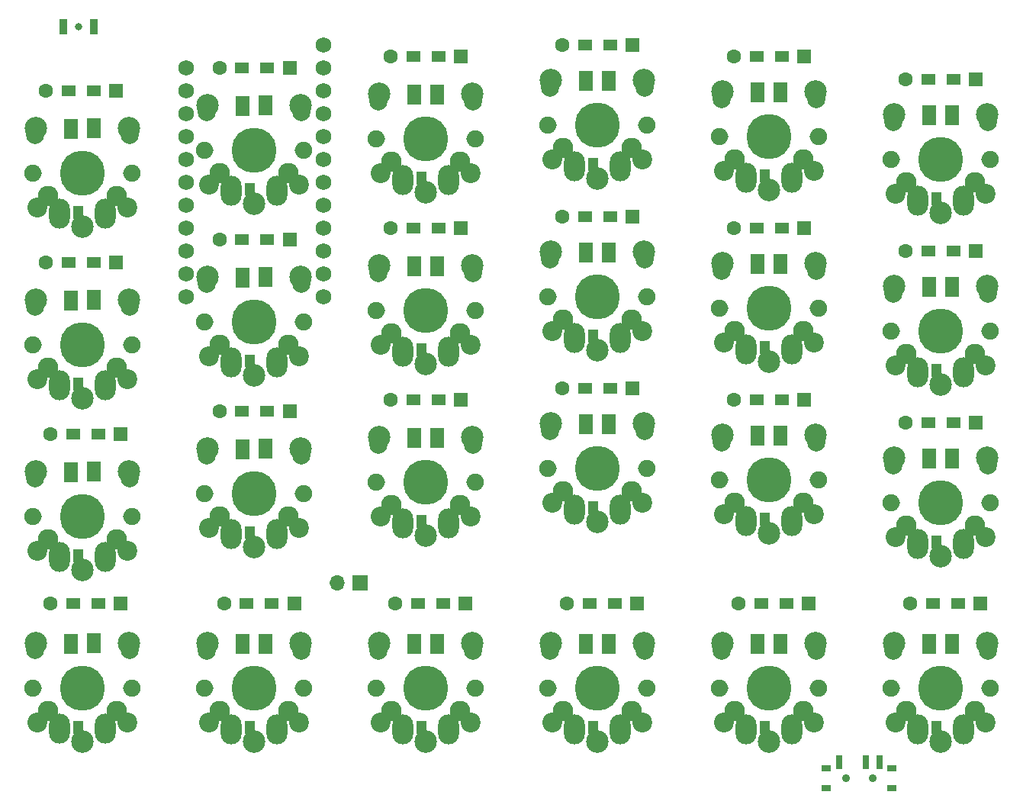
<source format=gbr>
G04 #@! TF.GenerationSoftware,KiCad,Pcbnew,5.1.9*
G04 #@! TF.CreationDate,2021-01-18T19:30:39-06:00*
G04 #@! TF.ProjectId,halfboard,68616c66-626f-4617-9264-2e6b69636164,rev?*
G04 #@! TF.SameCoordinates,Original*
G04 #@! TF.FileFunction,Soldermask,Top*
G04 #@! TF.FilePolarity,Negative*
%FSLAX46Y46*%
G04 Gerber Fmt 4.6, Leading zero omitted, Abs format (unit mm)*
G04 Created by KiCad (PCBNEW 5.1.9) date 2021-01-18 19:30:39*
%MOMM*%
%LPD*%
G01*
G04 APERTURE LIST*
%ADD10C,0.100000*%
%ADD11R,1.600000X1.200000*%
%ADD12C,1.600000*%
%ADD13R,1.600000X1.600000*%
%ADD14C,2.000000*%
%ADD15R,1.500000X2.300000*%
%ADD16C,1.193800*%
%ADD17O,2.300000X3.337000*%
%ADD18C,2.286000*%
%ADD19C,2.500000*%
%ADD20C,2.200000*%
%ADD21C,1.900000*%
%ADD22C,5.000000*%
%ADD23C,1.752600*%
%ADD24O,1.700000X1.700000*%
%ADD25R,1.700000X1.700000*%
%ADD26R,0.900000X1.700000*%
%ADD27C,0.800000*%
%ADD28C,0.900000*%
%ADD29R,0.700000X1.500000*%
%ADD30R,1.000000X0.800000*%
G04 APERTURE END LIST*
D10*
G04 #@! TO.C, *
G36*
X49182000Y-67386200D02*
G01*
X48166000Y-67386200D01*
X48166000Y-68707000D01*
X49182000Y-68707000D01*
X49182000Y-67386200D01*
G37*
X49182000Y-67386200D02*
X48166000Y-67386200D01*
X48166000Y-68707000D01*
X49182000Y-68707000D01*
X49182000Y-67386200D01*
G36*
X144430303Y-65891930D02*
G01*
X143414303Y-65891930D01*
X143414303Y-67212730D01*
X144430303Y-67212730D01*
X144430303Y-65891930D01*
G37*
X144430303Y-65891930D02*
X143414303Y-65891930D01*
X143414303Y-67212730D01*
X144430303Y-67212730D01*
X144430303Y-65891930D01*
G36*
X144430303Y-84941930D02*
G01*
X143414303Y-84941930D01*
X143414303Y-86262730D01*
X144430303Y-86262730D01*
X144430303Y-84941930D01*
G37*
X144430303Y-84941930D02*
X143414303Y-84941930D01*
X143414303Y-86262730D01*
X144430303Y-86262730D01*
X144430303Y-84941930D01*
G36*
X144430303Y-103991930D02*
G01*
X143414303Y-103991930D01*
X143414303Y-105312730D01*
X144430303Y-105312730D01*
X144430303Y-103991930D01*
G37*
X144430303Y-103991930D02*
X143414303Y-103991930D01*
X143414303Y-105312730D01*
X144430303Y-105312730D01*
X144430303Y-103991930D01*
G36*
X144430303Y-124565930D02*
G01*
X143414303Y-124565930D01*
X143414303Y-125886730D01*
X144430303Y-125886730D01*
X144430303Y-124565930D01*
G37*
X144430303Y-124565930D02*
X143414303Y-124565930D01*
X143414303Y-125886730D01*
X144430303Y-125886730D01*
X144430303Y-124565930D01*
G36*
X125380303Y-124565930D02*
G01*
X124364303Y-124565930D01*
X124364303Y-125886730D01*
X125380303Y-125886730D01*
X125380303Y-124565930D01*
G37*
X125380303Y-124565930D02*
X124364303Y-124565930D01*
X124364303Y-125886730D01*
X125380303Y-125886730D01*
X125380303Y-124565930D01*
G36*
X106330303Y-124565930D02*
G01*
X105314303Y-124565930D01*
X105314303Y-125886730D01*
X106330303Y-125886730D01*
X106330303Y-124565930D01*
G37*
X106330303Y-124565930D02*
X105314303Y-124565930D01*
X105314303Y-125886730D01*
X106330303Y-125886730D01*
X106330303Y-124565930D01*
G36*
X87280303Y-124565930D02*
G01*
X86264303Y-124565930D01*
X86264303Y-125886730D01*
X87280303Y-125886730D01*
X87280303Y-124565930D01*
G37*
X87280303Y-124565930D02*
X86264303Y-124565930D01*
X86264303Y-125886730D01*
X87280303Y-125886730D01*
X87280303Y-124565930D01*
G36*
X125380303Y-101451930D02*
G01*
X124364303Y-101451930D01*
X124364303Y-102772730D01*
X125380303Y-102772730D01*
X125380303Y-101451930D01*
G37*
X125380303Y-101451930D02*
X124364303Y-101451930D01*
X124364303Y-102772730D01*
X125380303Y-102772730D01*
X125380303Y-101451930D01*
G36*
X125380303Y-82401930D02*
G01*
X124364303Y-82401930D01*
X124364303Y-83722730D01*
X125380303Y-83722730D01*
X125380303Y-82401930D01*
G37*
X125380303Y-82401930D02*
X124364303Y-82401930D01*
X124364303Y-83722730D01*
X125380303Y-83722730D01*
X125380303Y-82401930D01*
G36*
X125380303Y-63351930D02*
G01*
X124364303Y-63351930D01*
X124364303Y-64672730D01*
X125380303Y-64672730D01*
X125380303Y-63351930D01*
G37*
X125380303Y-63351930D02*
X124364303Y-63351930D01*
X124364303Y-64672730D01*
X125380303Y-64672730D01*
X125380303Y-63351930D01*
G36*
X106330303Y-62081930D02*
G01*
X105314303Y-62081930D01*
X105314303Y-63402730D01*
X106330303Y-63402730D01*
X106330303Y-62081930D01*
G37*
X106330303Y-62081930D02*
X105314303Y-62081930D01*
X105314303Y-63402730D01*
X106330303Y-63402730D01*
X106330303Y-62081930D01*
G36*
X106330303Y-81131930D02*
G01*
X105314303Y-81131930D01*
X105314303Y-82452730D01*
X106330303Y-82452730D01*
X106330303Y-81131930D01*
G37*
X106330303Y-81131930D02*
X105314303Y-81131930D01*
X105314303Y-82452730D01*
X106330303Y-82452730D01*
X106330303Y-81131930D01*
G36*
X106330303Y-100181930D02*
G01*
X105314303Y-100181930D01*
X105314303Y-101502730D01*
X106330303Y-101502730D01*
X106330303Y-100181930D01*
G37*
X106330303Y-100181930D02*
X105314303Y-100181930D01*
X105314303Y-101502730D01*
X106330303Y-101502730D01*
X106330303Y-100181930D01*
G36*
X87280303Y-101705930D02*
G01*
X86264303Y-101705930D01*
X86264303Y-103026730D01*
X87280303Y-103026730D01*
X87280303Y-101705930D01*
G37*
X87280303Y-101705930D02*
X86264303Y-101705930D01*
X86264303Y-103026730D01*
X87280303Y-103026730D01*
X87280303Y-101705930D01*
G36*
X87280303Y-82655930D02*
G01*
X86264303Y-82655930D01*
X86264303Y-83976730D01*
X87280303Y-83976730D01*
X87280303Y-82655930D01*
G37*
X87280303Y-82655930D02*
X86264303Y-82655930D01*
X86264303Y-83976730D01*
X87280303Y-83976730D01*
X87280303Y-82655930D01*
G36*
X87280303Y-63601930D02*
G01*
X86264303Y-63601930D01*
X86264303Y-64922730D01*
X87280303Y-64922730D01*
X87280303Y-63601930D01*
G37*
X87280303Y-63601930D02*
X86264303Y-63601930D01*
X86264303Y-64922730D01*
X87280303Y-64922730D01*
X87280303Y-63601930D01*
G36*
X68227231Y-64835930D02*
G01*
X67211231Y-64835930D01*
X67211231Y-66156730D01*
X68227231Y-66156730D01*
X68227231Y-64835930D01*
G37*
X68227231Y-64835930D02*
X67211231Y-64835930D01*
X67211231Y-66156730D01*
X68227231Y-66156730D01*
X68227231Y-64835930D01*
G36*
X68227231Y-83884029D02*
G01*
X67211231Y-83884029D01*
X67211231Y-85204829D01*
X68227231Y-85204829D01*
X68227231Y-83884029D01*
G37*
X68227231Y-83884029D02*
X67211231Y-83884029D01*
X67211231Y-85204829D01*
X68227231Y-85204829D01*
X68227231Y-83884029D01*
G36*
X68227231Y-102932430D02*
G01*
X67211231Y-102932430D01*
X67211231Y-104253230D01*
X68227231Y-104253230D01*
X68227231Y-102932430D01*
G37*
X68227231Y-102932430D02*
X67211231Y-102932430D01*
X67211231Y-104253230D01*
X68227231Y-104253230D01*
X68227231Y-102932430D01*
G36*
X68227231Y-124565930D02*
G01*
X67211231Y-124565930D01*
X67211231Y-125886730D01*
X68227231Y-125886730D01*
X68227231Y-124565930D01*
G37*
X68227231Y-124565930D02*
X67211231Y-124565930D01*
X67211231Y-125886730D01*
X68227231Y-125886730D01*
X68227231Y-124565930D01*
G36*
X49182000Y-124536200D02*
G01*
X48166000Y-124536200D01*
X48166000Y-125857000D01*
X49182000Y-125857000D01*
X49182000Y-124536200D01*
G37*
X49182000Y-124536200D02*
X48166000Y-124536200D01*
X48166000Y-125857000D01*
X49182000Y-125857000D01*
X49182000Y-124536200D01*
G36*
X49182000Y-105486200D02*
G01*
X48166000Y-105486200D01*
X48166000Y-106807000D01*
X49182000Y-106807000D01*
X49182000Y-105486200D01*
G37*
X49182000Y-105486200D02*
X48166000Y-105486200D01*
X48166000Y-106807000D01*
X49182000Y-106807000D01*
X49182000Y-105486200D01*
G36*
X49182000Y-86436200D02*
G01*
X48166000Y-86436200D01*
X48166000Y-87757000D01*
X49182000Y-87757000D01*
X49182000Y-86436200D01*
G37*
X49182000Y-86436200D02*
X48166000Y-86436200D01*
X48166000Y-87757000D01*
X49182000Y-87757000D01*
X49182000Y-86436200D01*
G04 #@! TD*
D11*
G04 #@! TO.C, *
X145830303Y-53340000D03*
X143030303Y-53340000D03*
D12*
X140530303Y-53340000D03*
D13*
X148330303Y-53340000D03*
G04 #@! TD*
D11*
G04 #@! TO.C, *
X145830303Y-72390000D03*
X143030303Y-72390000D03*
D12*
X140530303Y-72390000D03*
D13*
X148330303Y-72390000D03*
G04 #@! TD*
D11*
G04 #@! TO.C, *
X145830303Y-91440000D03*
X143030303Y-91440000D03*
D12*
X140530303Y-91440000D03*
D13*
X148330303Y-91440000D03*
G04 #@! TD*
D11*
G04 #@! TO.C, *
X146338303Y-111490000D03*
X143538303Y-111490000D03*
D12*
X141038303Y-111490000D03*
D13*
X148838303Y-111490000D03*
G04 #@! TD*
D11*
G04 #@! TO.C, *
X127288303Y-111490000D03*
X124488303Y-111490000D03*
D12*
X121988303Y-111490000D03*
D13*
X129788303Y-111490000D03*
G04 #@! TD*
D11*
G04 #@! TO.C, *
X108238303Y-111490000D03*
X105438303Y-111490000D03*
D12*
X102938303Y-111490000D03*
D13*
X110738303Y-111490000D03*
G04 #@! TD*
D11*
G04 #@! TO.C, *
X89188303Y-111490000D03*
X86388303Y-111490000D03*
D12*
X83888303Y-111490000D03*
D13*
X91688303Y-111490000D03*
G04 #@! TD*
D11*
G04 #@! TO.C, *
X126780303Y-88900000D03*
X123980303Y-88900000D03*
D12*
X121480303Y-88900000D03*
D13*
X129280303Y-88900000D03*
G04 #@! TD*
D11*
G04 #@! TO.C, *
X126780303Y-69850000D03*
X123980303Y-69850000D03*
D12*
X121480303Y-69850000D03*
D13*
X129280303Y-69850000D03*
G04 #@! TD*
D11*
G04 #@! TO.C, *
X126780303Y-50800000D03*
X123980303Y-50800000D03*
D12*
X121480303Y-50800000D03*
D13*
X129280303Y-50800000D03*
G04 #@! TD*
D11*
G04 #@! TO.C, *
X107730303Y-49530000D03*
X104930303Y-49530000D03*
D12*
X102430303Y-49530000D03*
D13*
X110230303Y-49530000D03*
G04 #@! TD*
D11*
G04 #@! TO.C, *
X107730303Y-68580000D03*
X104930303Y-68580000D03*
D12*
X102430303Y-68580000D03*
D13*
X110230303Y-68580000D03*
G04 #@! TD*
D11*
G04 #@! TO.C, *
X107730303Y-87630000D03*
X104930303Y-87630000D03*
D12*
X102430303Y-87630000D03*
D13*
X110230303Y-87630000D03*
G04 #@! TD*
D11*
G04 #@! TO.C, *
X88680303Y-88900000D03*
X85880303Y-88900000D03*
D12*
X83380303Y-88900000D03*
D13*
X91180303Y-88900000D03*
G04 #@! TD*
D11*
G04 #@! TO.C, *
X88680303Y-69850000D03*
X85880303Y-69850000D03*
D12*
X83380303Y-69850000D03*
D13*
X91180303Y-69850000D03*
G04 #@! TD*
D11*
G04 #@! TO.C, *
X69687231Y-90170000D03*
X66887231Y-90170000D03*
D12*
X64387231Y-90170000D03*
D13*
X72187231Y-90170000D03*
G04 #@! TD*
D11*
G04 #@! TO.C, *
X70195231Y-111490000D03*
X67395231Y-111490000D03*
D12*
X64895231Y-111490000D03*
D13*
X72695231Y-111490000D03*
G04 #@! TD*
D11*
G04 #@! TO.C, *
X50930000Y-111490000D03*
X48130000Y-111490000D03*
D12*
X45630000Y-111490000D03*
D13*
X53430000Y-111490000D03*
G04 #@! TD*
D11*
G04 #@! TO.C, *
X50930000Y-92710000D03*
X48130000Y-92710000D03*
D12*
X45630000Y-92710000D03*
D13*
X53430000Y-92710000D03*
G04 #@! TD*
D11*
G04 #@! TO.C, *
X88680303Y-50800000D03*
X85880303Y-50800000D03*
D12*
X83380303Y-50800000D03*
D13*
X91180303Y-50800000D03*
G04 #@! TD*
D11*
G04 #@! TO.C, *
X69687231Y-52070000D03*
X66887231Y-52070000D03*
D12*
X64387231Y-52070000D03*
D13*
X72187231Y-52070000D03*
G04 #@! TD*
D11*
G04 #@! TO.C, *
X69687231Y-71120000D03*
X66887231Y-71120000D03*
D12*
X64387231Y-71120000D03*
D13*
X72187231Y-71120000D03*
G04 #@! TD*
D11*
G04 #@! TO.C, *
X50422000Y-73660000D03*
X47622000Y-73660000D03*
D12*
X45122000Y-73660000D03*
D13*
X52922000Y-73660000D03*
G04 #@! TD*
D11*
G04 #@! TO.C, *
X50422000Y-54610000D03*
X47622000Y-54610000D03*
D12*
X45122000Y-54610000D03*
D13*
X52922000Y-54610000D03*
G04 #@! TD*
D14*
G04 #@! TO.C, *
X43962000Y-59554000D03*
X54402000Y-59554000D03*
D15*
X47912000Y-58824000D03*
X50412000Y-58774000D03*
D16*
X44102000Y-63754000D03*
X54262000Y-63754000D03*
D17*
X46662000Y-68254000D03*
X51702000Y-68254000D03*
D18*
X45372000Y-66294000D03*
X52992000Y-66294000D03*
D19*
X44032000Y-58754000D03*
D20*
X54182000Y-67554000D03*
D19*
X54332000Y-58754000D03*
X49182000Y-69654000D03*
D20*
X44182000Y-67554000D03*
D21*
X43682000Y-63754000D03*
X54682000Y-63754000D03*
D22*
X49182000Y-63754000D03*
G04 #@! TD*
D14*
G04 #@! TO.C, *
X139210303Y-58059730D03*
X149650303Y-58059730D03*
D15*
X143160303Y-57329730D03*
X145660303Y-57279730D03*
D16*
X139350303Y-62259730D03*
X149510303Y-62259730D03*
D17*
X141910303Y-66759730D03*
X146950303Y-66759730D03*
D18*
X140620303Y-64799730D03*
X148240303Y-64799730D03*
D19*
X139280303Y-57259730D03*
D20*
X149430303Y-66059730D03*
D19*
X149580303Y-57259730D03*
X144430303Y-68159730D03*
D20*
X139430303Y-66059730D03*
D21*
X138930303Y-62259730D03*
X149930303Y-62259730D03*
D22*
X144430303Y-62259730D03*
G04 #@! TD*
D14*
G04 #@! TO.C, *
X139210303Y-77109730D03*
X149650303Y-77109730D03*
D15*
X143160303Y-76379730D03*
X145660303Y-76329730D03*
D16*
X139350303Y-81309730D03*
X149510303Y-81309730D03*
D17*
X141910303Y-85809730D03*
X146950303Y-85809730D03*
D18*
X140620303Y-83849730D03*
X148240303Y-83849730D03*
D19*
X139280303Y-76309730D03*
D20*
X149430303Y-85109730D03*
D19*
X149580303Y-76309730D03*
X144430303Y-87209730D03*
D20*
X139430303Y-85109730D03*
D21*
X138930303Y-81309730D03*
X149930303Y-81309730D03*
D22*
X144430303Y-81309730D03*
G04 #@! TD*
D14*
G04 #@! TO.C, *
X139210303Y-96159730D03*
X149650303Y-96159730D03*
D15*
X143160303Y-95429730D03*
X145660303Y-95379730D03*
D16*
X139350303Y-100359730D03*
X149510303Y-100359730D03*
D17*
X141910303Y-104859730D03*
X146950303Y-104859730D03*
D18*
X140620303Y-102899730D03*
X148240303Y-102899730D03*
D19*
X139280303Y-95359730D03*
D20*
X149430303Y-104159730D03*
D19*
X149580303Y-95359730D03*
X144430303Y-106259730D03*
D20*
X139430303Y-104159730D03*
D21*
X138930303Y-100359730D03*
X149930303Y-100359730D03*
D22*
X144430303Y-100359730D03*
G04 #@! TD*
D14*
G04 #@! TO.C, *
X139210303Y-116733730D03*
X149650303Y-116733730D03*
D15*
X143160303Y-116003730D03*
X145660303Y-115953730D03*
D16*
X139350303Y-120933730D03*
X149510303Y-120933730D03*
D17*
X141910303Y-125433730D03*
X146950303Y-125433730D03*
D18*
X140620303Y-123473730D03*
X148240303Y-123473730D03*
D19*
X139280303Y-115933730D03*
D20*
X149430303Y-124733730D03*
D19*
X149580303Y-115933730D03*
X144430303Y-126833730D03*
D20*
X139430303Y-124733730D03*
D21*
X138930303Y-120933730D03*
X149930303Y-120933730D03*
D22*
X144430303Y-120933730D03*
G04 #@! TD*
D14*
G04 #@! TO.C, *
X120160303Y-116733730D03*
X130600303Y-116733730D03*
D15*
X124110303Y-116003730D03*
X126610303Y-115953730D03*
D16*
X120300303Y-120933730D03*
X130460303Y-120933730D03*
D17*
X122860303Y-125433730D03*
X127900303Y-125433730D03*
D18*
X121570303Y-123473730D03*
X129190303Y-123473730D03*
D19*
X120230303Y-115933730D03*
D20*
X130380303Y-124733730D03*
D19*
X130530303Y-115933730D03*
X125380303Y-126833730D03*
D20*
X120380303Y-124733730D03*
D21*
X119880303Y-120933730D03*
X130880303Y-120933730D03*
D22*
X125380303Y-120933730D03*
G04 #@! TD*
D14*
G04 #@! TO.C, *
X101110303Y-116733730D03*
X111550303Y-116733730D03*
D15*
X105060303Y-116003730D03*
X107560303Y-115953730D03*
D16*
X101250303Y-120933730D03*
X111410303Y-120933730D03*
D17*
X103810303Y-125433730D03*
X108850303Y-125433730D03*
D18*
X102520303Y-123473730D03*
X110140303Y-123473730D03*
D19*
X101180303Y-115933730D03*
D20*
X111330303Y-124733730D03*
D19*
X111480303Y-115933730D03*
X106330303Y-126833730D03*
D20*
X101330303Y-124733730D03*
D21*
X100830303Y-120933730D03*
X111830303Y-120933730D03*
D22*
X106330303Y-120933730D03*
G04 #@! TD*
D14*
G04 #@! TO.C, *
X82060303Y-116733730D03*
X92500303Y-116733730D03*
D15*
X86010303Y-116003730D03*
X88510303Y-115953730D03*
D16*
X82200303Y-120933730D03*
X92360303Y-120933730D03*
D17*
X84760303Y-125433730D03*
X89800303Y-125433730D03*
D18*
X83470303Y-123473730D03*
X91090303Y-123473730D03*
D19*
X82130303Y-115933730D03*
D20*
X92280303Y-124733730D03*
D19*
X92430303Y-115933730D03*
X87280303Y-126833730D03*
D20*
X82280303Y-124733730D03*
D21*
X81780303Y-120933730D03*
X92780303Y-120933730D03*
D22*
X87280303Y-120933730D03*
G04 #@! TD*
D14*
G04 #@! TO.C, *
X120160303Y-93619730D03*
X130600303Y-93619730D03*
D15*
X124110303Y-92889730D03*
X126610303Y-92839730D03*
D16*
X120300303Y-97819730D03*
X130460303Y-97819730D03*
D17*
X122860303Y-102319730D03*
X127900303Y-102319730D03*
D18*
X121570303Y-100359730D03*
X129190303Y-100359730D03*
D19*
X120230303Y-92819730D03*
D20*
X130380303Y-101619730D03*
D19*
X130530303Y-92819730D03*
X125380303Y-103719730D03*
D20*
X120380303Y-101619730D03*
D21*
X119880303Y-97819730D03*
X130880303Y-97819730D03*
D22*
X125380303Y-97819730D03*
G04 #@! TD*
D14*
G04 #@! TO.C, *
X120160303Y-74569730D03*
X130600303Y-74569730D03*
D15*
X124110303Y-73839730D03*
X126610303Y-73789730D03*
D16*
X120300303Y-78769730D03*
X130460303Y-78769730D03*
D17*
X122860303Y-83269730D03*
X127900303Y-83269730D03*
D18*
X121570303Y-81309730D03*
X129190303Y-81309730D03*
D19*
X120230303Y-73769730D03*
D20*
X130380303Y-82569730D03*
D19*
X130530303Y-73769730D03*
X125380303Y-84669730D03*
D20*
X120380303Y-82569730D03*
D21*
X119880303Y-78769730D03*
X130880303Y-78769730D03*
D22*
X125380303Y-78769730D03*
G04 #@! TD*
D14*
G04 #@! TO.C, *
X120160303Y-55519730D03*
X130600303Y-55519730D03*
D15*
X124110303Y-54789730D03*
X126610303Y-54739730D03*
D16*
X120300303Y-59719730D03*
X130460303Y-59719730D03*
D17*
X122860303Y-64219730D03*
X127900303Y-64219730D03*
D18*
X121570303Y-62259730D03*
X129190303Y-62259730D03*
D19*
X120230303Y-54719730D03*
D20*
X130380303Y-63519730D03*
D19*
X130530303Y-54719730D03*
X125380303Y-65619730D03*
D20*
X120380303Y-63519730D03*
D21*
X119880303Y-59719730D03*
X130880303Y-59719730D03*
D22*
X125380303Y-59719730D03*
G04 #@! TD*
D14*
G04 #@! TO.C, *
X101110303Y-54249730D03*
X111550303Y-54249730D03*
D15*
X105060303Y-53519730D03*
X107560303Y-53469730D03*
D16*
X101250303Y-58449730D03*
X111410303Y-58449730D03*
D17*
X103810303Y-62949730D03*
X108850303Y-62949730D03*
D18*
X102520303Y-60989730D03*
X110140303Y-60989730D03*
D19*
X101180303Y-53449730D03*
D20*
X111330303Y-62249730D03*
D19*
X111480303Y-53449730D03*
X106330303Y-64349730D03*
D20*
X101330303Y-62249730D03*
D21*
X100830303Y-58449730D03*
X111830303Y-58449730D03*
D22*
X106330303Y-58449730D03*
G04 #@! TD*
D14*
G04 #@! TO.C, *
X101110303Y-73299730D03*
X111550303Y-73299730D03*
D15*
X105060303Y-72569730D03*
X107560303Y-72519730D03*
D16*
X101250303Y-77499730D03*
X111410303Y-77499730D03*
D17*
X103810303Y-81999730D03*
X108850303Y-81999730D03*
D18*
X102520303Y-80039730D03*
X110140303Y-80039730D03*
D19*
X101180303Y-72499730D03*
D20*
X111330303Y-81299730D03*
D19*
X111480303Y-72499730D03*
X106330303Y-83399730D03*
D20*
X101330303Y-81299730D03*
D21*
X100830303Y-77499730D03*
X111830303Y-77499730D03*
D22*
X106330303Y-77499730D03*
G04 #@! TD*
D14*
G04 #@! TO.C, *
X101110303Y-92349730D03*
X111550303Y-92349730D03*
D15*
X105060303Y-91619730D03*
X107560303Y-91569730D03*
D16*
X101250303Y-96549730D03*
X111410303Y-96549730D03*
D17*
X103810303Y-101049730D03*
X108850303Y-101049730D03*
D18*
X102520303Y-99089730D03*
X110140303Y-99089730D03*
D19*
X101180303Y-91549730D03*
D20*
X111330303Y-100349730D03*
D19*
X111480303Y-91549730D03*
X106330303Y-102449730D03*
D20*
X101330303Y-100349730D03*
D21*
X100830303Y-96549730D03*
X111830303Y-96549730D03*
D22*
X106330303Y-96549730D03*
G04 #@! TD*
D14*
G04 #@! TO.C, *
X82060303Y-93873730D03*
X92500303Y-93873730D03*
D15*
X86010303Y-93143730D03*
X88510303Y-93093730D03*
D16*
X82200303Y-98073730D03*
X92360303Y-98073730D03*
D17*
X84760303Y-102573730D03*
X89800303Y-102573730D03*
D18*
X83470303Y-100613730D03*
X91090303Y-100613730D03*
D19*
X82130303Y-93073730D03*
D20*
X92280303Y-101873730D03*
D19*
X92430303Y-93073730D03*
X87280303Y-103973730D03*
D20*
X82280303Y-101873730D03*
D21*
X81780303Y-98073730D03*
X92780303Y-98073730D03*
D22*
X87280303Y-98073730D03*
G04 #@! TD*
D14*
G04 #@! TO.C, *
X82060303Y-74823730D03*
X92500303Y-74823730D03*
D15*
X86010303Y-74093730D03*
X88510303Y-74043730D03*
D16*
X82200303Y-79023730D03*
X92360303Y-79023730D03*
D17*
X84760303Y-83523730D03*
X89800303Y-83523730D03*
D18*
X83470303Y-81563730D03*
X91090303Y-81563730D03*
D19*
X82130303Y-74023730D03*
D20*
X92280303Y-82823730D03*
D19*
X92430303Y-74023730D03*
X87280303Y-84923730D03*
D20*
X82280303Y-82823730D03*
D21*
X81780303Y-79023730D03*
X92780303Y-79023730D03*
D22*
X87280303Y-79023730D03*
G04 #@! TD*
D14*
G04 #@! TO.C, *
X82060303Y-55769730D03*
X92500303Y-55769730D03*
D15*
X86010303Y-55039730D03*
X88510303Y-54989730D03*
D16*
X82200303Y-59969730D03*
X92360303Y-59969730D03*
D17*
X84760303Y-64469730D03*
X89800303Y-64469730D03*
D18*
X83470303Y-62509730D03*
X91090303Y-62509730D03*
D19*
X82130303Y-54969730D03*
D20*
X92280303Y-63769730D03*
D19*
X92430303Y-54969730D03*
X87280303Y-65869730D03*
D20*
X82280303Y-63769730D03*
D21*
X81780303Y-59969730D03*
X92780303Y-59969730D03*
D22*
X87280303Y-59969730D03*
G04 #@! TD*
D14*
G04 #@! TO.C, *
X63007231Y-57003730D03*
X73447231Y-57003730D03*
D15*
X66957231Y-56273730D03*
X69457231Y-56223730D03*
D16*
X63147231Y-61203730D03*
X73307231Y-61203730D03*
D17*
X65707231Y-65703730D03*
X70747231Y-65703730D03*
D18*
X64417231Y-63743730D03*
X72037231Y-63743730D03*
D19*
X63077231Y-56203730D03*
D20*
X73227231Y-65003730D03*
D19*
X73377231Y-56203730D03*
X68227231Y-67103730D03*
D20*
X63227231Y-65003730D03*
D21*
X62727231Y-61203730D03*
X73727231Y-61203730D03*
D22*
X68227231Y-61203730D03*
G04 #@! TD*
D14*
G04 #@! TO.C, *
X63007231Y-76051829D03*
X73447231Y-76051829D03*
D15*
X66957231Y-75321829D03*
X69457231Y-75271829D03*
D16*
X63147231Y-80251829D03*
X73307231Y-80251829D03*
D17*
X65707231Y-84751829D03*
X70747231Y-84751829D03*
D18*
X64417231Y-82791829D03*
X72037231Y-82791829D03*
D19*
X63077231Y-75251829D03*
D20*
X73227231Y-84051829D03*
D19*
X73377231Y-75251829D03*
X68227231Y-86151829D03*
D20*
X63227231Y-84051829D03*
D21*
X62727231Y-80251829D03*
X73727231Y-80251829D03*
D22*
X68227231Y-80251829D03*
G04 #@! TD*
D14*
G04 #@! TO.C, *
X63007231Y-95100230D03*
X73447231Y-95100230D03*
D15*
X66957231Y-94370230D03*
X69457231Y-94320230D03*
D16*
X63147231Y-99300230D03*
X73307231Y-99300230D03*
D17*
X65707231Y-103800230D03*
X70747231Y-103800230D03*
D18*
X64417231Y-101840230D03*
X72037231Y-101840230D03*
D19*
X63077231Y-94300230D03*
D20*
X73227231Y-103100230D03*
D19*
X73377231Y-94300230D03*
X68227231Y-105200230D03*
D20*
X63227231Y-103100230D03*
D21*
X62727231Y-99300230D03*
X73727231Y-99300230D03*
D22*
X68227231Y-99300230D03*
G04 #@! TD*
D14*
G04 #@! TO.C, *
X63007231Y-116733730D03*
X73447231Y-116733730D03*
D15*
X66957231Y-116003730D03*
X69457231Y-115953730D03*
D16*
X63147231Y-120933730D03*
X73307231Y-120933730D03*
D17*
X65707231Y-125433730D03*
X70747231Y-125433730D03*
D18*
X64417231Y-123473730D03*
X72037231Y-123473730D03*
D19*
X63077231Y-115933730D03*
D20*
X73227231Y-124733730D03*
D19*
X73377231Y-115933730D03*
X68227231Y-126833730D03*
D20*
X63227231Y-124733730D03*
D21*
X62727231Y-120933730D03*
X73727231Y-120933730D03*
D22*
X68227231Y-120933730D03*
G04 #@! TD*
D14*
G04 #@! TO.C, *
X43962000Y-116704000D03*
X54402000Y-116704000D03*
D15*
X47912000Y-115974000D03*
X50412000Y-115924000D03*
D16*
X44102000Y-120904000D03*
X54262000Y-120904000D03*
D17*
X46662000Y-125404000D03*
X51702000Y-125404000D03*
D18*
X45372000Y-123444000D03*
X52992000Y-123444000D03*
D19*
X44032000Y-115904000D03*
D20*
X54182000Y-124704000D03*
D19*
X54332000Y-115904000D03*
X49182000Y-126804000D03*
D20*
X44182000Y-124704000D03*
D21*
X43682000Y-120904000D03*
X54682000Y-120904000D03*
D22*
X49182000Y-120904000D03*
G04 #@! TD*
D14*
G04 #@! TO.C, *
X43962000Y-97654000D03*
X54402000Y-97654000D03*
D15*
X47912000Y-96924000D03*
X50412000Y-96874000D03*
D16*
X44102000Y-101854000D03*
X54262000Y-101854000D03*
D17*
X46662000Y-106354000D03*
X51702000Y-106354000D03*
D18*
X45372000Y-104394000D03*
X52992000Y-104394000D03*
D19*
X44032000Y-96854000D03*
D20*
X54182000Y-105654000D03*
D19*
X54332000Y-96854000D03*
X49182000Y-107754000D03*
D20*
X44182000Y-105654000D03*
D21*
X43682000Y-101854000D03*
X54682000Y-101854000D03*
D22*
X49182000Y-101854000D03*
G04 #@! TD*
D14*
G04 #@! TO.C, *
X43962000Y-78604000D03*
X54402000Y-78604000D03*
D15*
X47912000Y-77874000D03*
X50412000Y-77824000D03*
D16*
X44102000Y-82804000D03*
X54262000Y-82804000D03*
D17*
X46662000Y-87304000D03*
X51702000Y-87304000D03*
D18*
X45372000Y-85344000D03*
X52992000Y-85344000D03*
D19*
X44032000Y-77804000D03*
D20*
X54182000Y-86604000D03*
D19*
X54332000Y-77804000D03*
X49182000Y-88704000D03*
D20*
X44182000Y-86604000D03*
D21*
X43682000Y-82804000D03*
X54682000Y-82804000D03*
D22*
X49182000Y-82804000D03*
G04 #@! TD*
D23*
G04 #@! TO.C,U1*
X60667231Y-52070000D03*
X60667231Y-54610000D03*
X60667231Y-57150000D03*
X60667231Y-59690000D03*
X60667231Y-62230000D03*
X60667231Y-64770000D03*
X60667231Y-67310000D03*
X60667231Y-69850000D03*
X60667231Y-72390000D03*
X60667231Y-74930000D03*
X75907231Y-77470000D03*
X75907231Y-74930000D03*
X75907231Y-72390000D03*
X75907231Y-69850000D03*
X75907231Y-67310000D03*
X75907231Y-64770000D03*
X75907231Y-62230000D03*
X75907231Y-59690000D03*
X75907231Y-57150000D03*
X75907231Y-54610000D03*
X75907231Y-52070000D03*
X60667231Y-77470000D03*
X75907231Y-49530000D03*
G04 #@! TD*
D24*
G04 #@! TO.C, *
X77470000Y-109220000D03*
D25*
X80010000Y-109220000D03*
G04 #@! TD*
D26*
G04 #@! TO.C, *
X47068000Y-47498000D03*
X50468000Y-47498000D03*
D27*
X48768000Y-47498000D03*
G04 #@! TD*
D28*
G04 #@! TO.C, *
X133882000Y-130886000D03*
X136882000Y-130886000D03*
D29*
X133132000Y-129126000D03*
X136132000Y-129126000D03*
X137632000Y-129126000D03*
D30*
X131732000Y-131986000D03*
X139032000Y-131986000D03*
X139032000Y-129776000D03*
X131732000Y-129776000D03*
G04 #@! TD*
D28*
G04 #@! TO.C, *
X136882000Y-130886000D03*
X133882000Y-130886000D03*
G04 #@! TD*
D27*
G04 #@! TO.C, *
X48768000Y-47498000D03*
G04 #@! TD*
M02*

</source>
